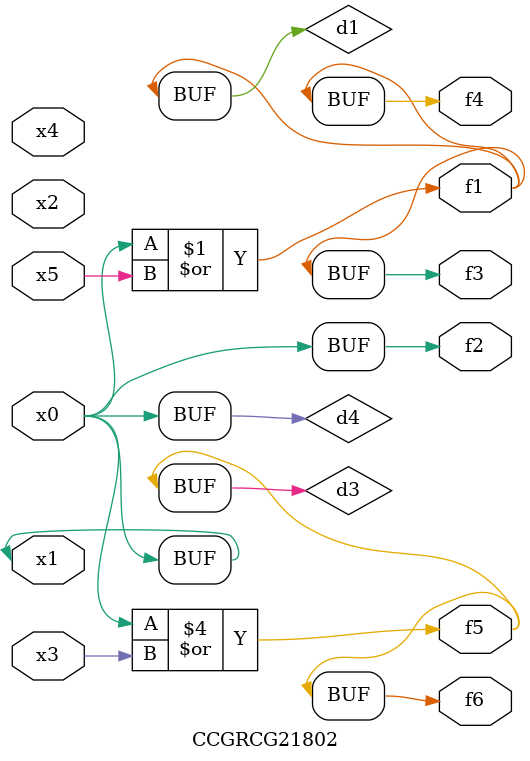
<source format=v>
module CCGRCG21802(
	input x0, x1, x2, x3, x4, x5,
	output f1, f2, f3, f4, f5, f6
);

	wire d1, d2, d3, d4;

	or (d1, x0, x5);
	xnor (d2, x1, x4);
	or (d3, x0, x3);
	buf (d4, x0, x1);
	assign f1 = d1;
	assign f2 = d4;
	assign f3 = d1;
	assign f4 = d1;
	assign f5 = d3;
	assign f6 = d3;
endmodule

</source>
